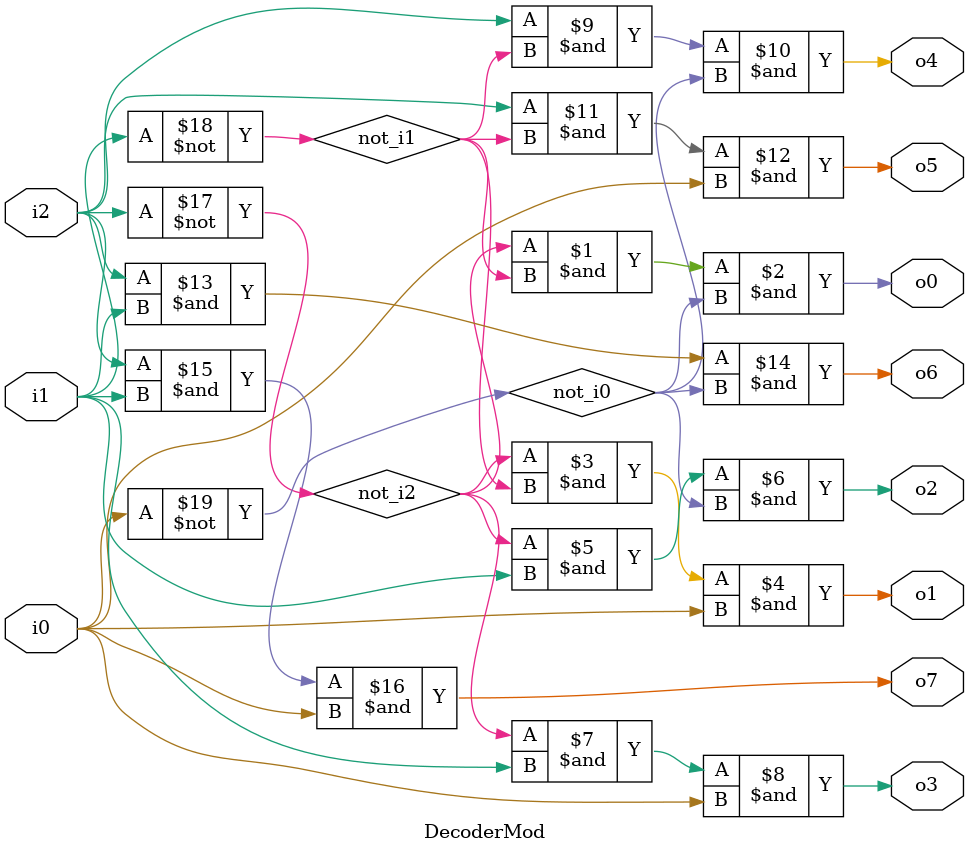
<source format=v>

module DecoderMod(i2, i1, i0, o0, o1, o2, o3, o4, o5, o6, o7);
    input i2, i1, i0;
    output o0, o1, o2, o3, o4, o5, o6, o7;

    wire not_i2, not_i1, not_i0;

    not(not_i2, i2);
    not(not_i1, i1);
    not(not_i0, i0);

    and(o0, not_i2, not_i1, not_i0);
    and(o1, not_i2, not_i1,     i0);
    and(o2, not_i2,     i1, not_i0);
    and(o3, not_i2,     i1,     i0);
    and(o4,     i2, not_i1, not_i0);
    and(o5,     i2, not_i1,     i0);
    and(o6,     i2,     i1, not_i0);
    and(o7,     i2,     i1,     i0);

endmodule
</source>
